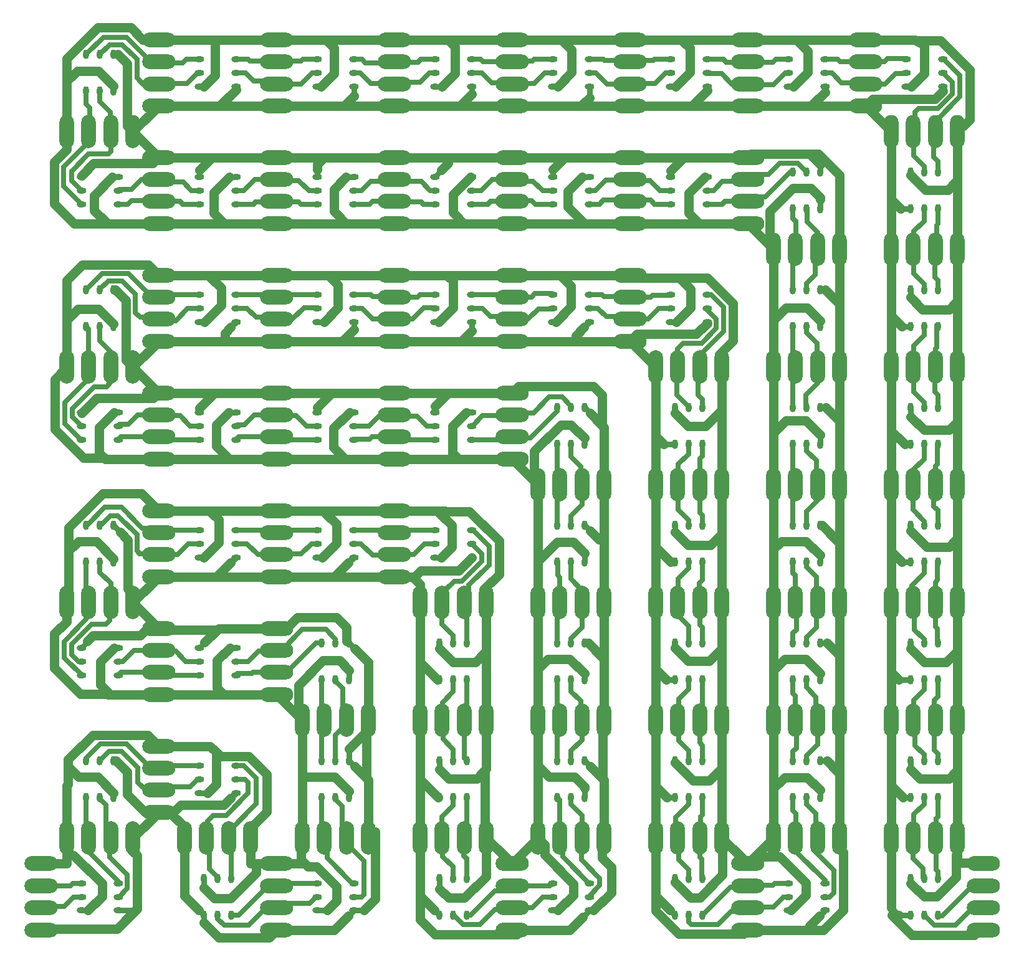
<source format=gtl>
G04 DipTrace 2.4.0.2*
%IN64xAPA102Cx16mm.gtl*%
%MOMM*%
%ADD13C,1.27*%
%ADD14C,0.8*%
%ADD15C,0.711*%
%ADD17O,1.3X0.8*%
%ADD18O,4.5X2.0*%
%ADD19C,2.0*%
%ADD21O,0.8X1.3*%
%ADD22O,2.0X4.5*%
%FSLAX53Y53*%
G04*
G71*
G90*
G75*
G01*
%LNTop*%
%LPD*%
X10008Y22508D2*
D13*
X13508D1*
Y23656D1*
Y26008D1*
Y33091D1*
X13677Y33261D1*
Y35738D1*
Y36655D1*
X17048Y40025D1*
X24491D1*
X26008Y38508D1*
X38508Y26008D2*
Y27409D1*
X40689Y29590D1*
Y34694D1*
X38262Y37120D1*
X34398D1*
X33854Y37664D1*
X33010Y38508D1*
X26008D1*
X38508Y26008D2*
Y22508D1*
X39519D1*
X42008D1*
X45375D1*
Y23055D1*
Y26008D1*
X45508D1*
Y34308D1*
Y42008D1*
X42008Y45508D2*
X45508Y42008D1*
X26008Y45508D2*
X34824D1*
X42008D1*
X13508Y58008D2*
Y55424D1*
X11834Y53750D1*
Y49099D1*
X15389Y45543D1*
X18509D1*
X19247Y45508D1*
X19451D1*
X26008D1*
X13508Y58008D2*
X13796Y58296D1*
Y65023D1*
Y68196D1*
X18435Y72835D1*
X23681D1*
X26008Y70508D1*
X32917D1*
X42008D1*
X58008D2*
X48318D1*
X42008D1*
X58008D2*
X63809D1*
X64858D1*
X64986Y70380D1*
X68226D1*
X72233Y66373D1*
Y61868D1*
X70158Y59792D1*
Y58008D1*
X70508D1*
Y51381D1*
Y42008D1*
Y35389D1*
X70336Y35218D1*
Y26180D1*
X70508Y26008D1*
X74008Y22508D2*
X70508Y26008D1*
X74008Y22508D2*
X77508Y26008D1*
Y42008D2*
Y35840D1*
Y26008D1*
Y42008D2*
Y48984D1*
Y58008D1*
Y63616D1*
Y74008D1*
X74008Y77508D1*
X66739D1*
X58008D1*
X51311D1*
X42008D1*
X35622D1*
X26008D1*
X18778D1*
X18644Y77641D1*
X15773D1*
X11858Y81556D1*
Y88358D1*
X13508Y90008D1*
Y96363D1*
Y101768D1*
X15648Y103908D1*
X24608D1*
X26008Y102508D1*
X32756D1*
X42008D1*
X49042D1*
X58008D1*
X65178D1*
X74008D1*
X80578D1*
X90008D1*
Y102174D1*
X96701D1*
X100540D1*
X104039Y98675D1*
Y93617D1*
X102175Y91754D1*
Y90008D1*
X102508D1*
Y84192D1*
Y74008D1*
Y67335D1*
Y58008D1*
Y51752D1*
Y42008D1*
Y35525D1*
Y26008D1*
X106008Y22508D1*
X109508Y26008D1*
Y32766D1*
Y42008D1*
Y48820D1*
Y58008D1*
X134508Y26008D2*
Y35220D1*
Y42008D1*
Y51452D1*
Y58008D1*
X109508D2*
Y65265D1*
Y74008D1*
Y81072D1*
Y90008D1*
Y96354D1*
Y106008D1*
X134508Y58008D2*
Y66728D1*
Y74008D1*
Y82578D1*
Y90008D1*
Y98998D1*
Y106008D1*
Y115405D1*
Y122008D1*
X109508Y106008D2*
X106008Y109508D1*
X122008Y134508D2*
X128699D1*
X128834Y134373D1*
X132193D1*
X136152Y130414D1*
Y123652D1*
X134508Y122008D1*
X122008Y134508D2*
X112611D1*
X106008D1*
X96996D1*
X90008D1*
X80702D1*
X74008D1*
X65293D1*
X58008D1*
Y109508D2*
X67466D1*
X74008D1*
X83830D1*
X90008D1*
X99444D1*
X106008D1*
X58008D2*
X51457D1*
X42008D1*
X34932D1*
X26008D1*
X58008Y134508D2*
X48710D1*
X42008D1*
X33643D1*
X26008D1*
X23850D1*
X22202Y136155D1*
X17698D1*
X13488Y131946D1*
Y128852D1*
Y122028D1*
X13508Y122008D1*
Y119593D1*
X11773Y117858D1*
Y112223D1*
X14529Y109467D1*
X19055D1*
X25967D1*
X26008Y109508D1*
X134508Y26008D2*
Y22637D1*
X138008D1*
Y22508D1*
X68508Y83858D2*
D14*
X67735D1*
D13*
X65896Y82019D1*
Y78350D1*
X66739Y77508D1*
X15508Y16158D2*
D14*
X16369D1*
D13*
X18303Y18092D1*
Y19830D1*
X14477Y23656D1*
X13508D1*
X19858Y31508D2*
D14*
Y32137D1*
D13*
X17707Y34288D1*
X15127D1*
X13677Y35738D1*
X31508Y32158D2*
D14*
X32667D1*
D13*
X33854Y33344D1*
Y37664D1*
X32158Y20508D2*
D14*
Y19241D1*
D13*
X33556Y17843D1*
X35792D1*
X39270Y21321D1*
Y22259D1*
X39519Y22508D1*
X47508Y16158D2*
D14*
X48892D1*
D13*
X50200Y17466D1*
Y19433D1*
X47467Y22166D1*
X46264D1*
X45375Y23055D1*
X51858Y31508D2*
D14*
Y32400D1*
D13*
X49950Y34308D1*
X45508D1*
X64158Y36508D2*
D14*
Y35376D1*
D13*
X65444Y34089D1*
X69208D1*
X70336Y35218D1*
X64158Y20508D2*
D14*
Y19081D1*
D13*
X65372Y17868D1*
X67554D1*
X70464Y20778D1*
Y25964D1*
X70508Y26008D1*
X51858Y47508D2*
D14*
Y48820D1*
D13*
X50554Y50124D1*
X48330D1*
X44963Y46757D1*
Y42553D1*
X45508Y42008D1*
X36508Y51858D2*
D14*
X35693D1*
D13*
X33947Y50112D1*
Y46385D1*
X34824Y45508D1*
X20508Y51858D2*
D14*
X19931D1*
D13*
X18078Y50005D1*
Y46881D1*
X19451Y45508D1*
X19858Y63508D2*
D14*
Y63988D1*
D13*
X17546Y66300D1*
X15072D1*
X13796Y65023D1*
X31508Y64158D2*
D14*
X32124D1*
D13*
X34160Y66194D1*
Y69265D1*
X32917Y70508D1*
X47508Y64158D2*
D14*
X48206D1*
D13*
X50135Y66087D1*
Y68690D1*
X48318Y70508D1*
X63508Y64158D2*
D14*
X64395D1*
D13*
X65791Y65555D1*
Y68526D1*
X63809Y70508D1*
X64158Y52508D2*
D14*
Y51745D1*
D13*
X66004Y49899D1*
X69026D1*
X70508Y51381D1*
X79508Y16158D2*
D14*
X80256D1*
D13*
X82336Y18238D1*
Y19797D1*
X78438Y23696D1*
Y25078D1*
X77508Y26008D1*
X83858Y31508D2*
D14*
Y32793D1*
D13*
Y32933D1*
X82492Y34299D1*
X79049D1*
X77508Y35840D1*
X83858Y47508D2*
D14*
Y48370D1*
D13*
X81868Y50359D1*
X78884D1*
X77508Y48984D1*
X83858Y63508D2*
D14*
Y64742D1*
D13*
X82336Y66264D1*
X80156D1*
X77508Y63616D1*
X83858Y79508D2*
D14*
Y80335D1*
D13*
X82024Y82169D1*
X80621D1*
X77035Y78583D1*
Y74481D1*
X77508Y74008D1*
X52508Y83858D2*
D14*
X51904D1*
D13*
X49747Y81701D1*
Y79072D1*
X51311Y77508D1*
X36508Y83858D2*
D14*
X35531D1*
D13*
X33842Y82169D1*
Y79287D1*
X35622Y77508D1*
X20508Y83858D2*
D14*
X19938D1*
D13*
X17937Y81857D1*
Y78283D1*
X18644Y77641D1*
X19858Y95508D2*
D14*
Y95841D1*
D13*
X17781Y97918D1*
X15062D1*
X13508Y96363D1*
X31508Y96158D2*
D14*
X32238D1*
D13*
X34466Y98386D1*
Y100799D1*
X32756Y102508D1*
X47508Y96158D2*
D14*
X48455D1*
D13*
X50371Y98074D1*
Y101179D1*
X49042Y102508D1*
X63508Y96158D2*
D14*
X64048D1*
D13*
X65964Y98074D1*
Y101722D1*
X65178Y102508D1*
X79508Y96158D2*
D14*
X79953D1*
D13*
X82024Y98230D1*
Y101062D1*
X80578Y102508D1*
X95508Y96158D2*
D14*
X96325D1*
D13*
X98241Y98074D1*
Y100635D1*
X96701Y102174D1*
X96158Y84508D2*
D14*
Y83784D1*
D13*
X97929Y82013D1*
X100329D1*
X102508Y84192D1*
X96158Y68508D2*
D14*
Y67568D1*
D13*
X97929Y65796D1*
X100969D1*
X102508Y67335D1*
X96158Y52508D2*
D14*
Y51819D1*
D13*
X97929Y50048D1*
X100804D1*
X102508Y51752D1*
X96158Y36508D2*
D14*
Y36226D1*
D13*
X98553Y33831D1*
X100814D1*
X102508Y35525D1*
X96158Y20508D2*
D14*
Y20009D1*
D13*
X98241Y17926D1*
X99488D1*
X102607Y21045D1*
Y25909D1*
X102508Y26008D1*
X111508Y16158D2*
D14*
X111848D1*
D13*
X113927Y18237D1*
Y19935D1*
X110342Y23520D1*
X107020D1*
X106008Y22508D1*
X115858Y31508D2*
D14*
Y32532D1*
D13*
X114116Y34274D1*
X111017D1*
X109508Y32766D1*
X115858Y47508D2*
D14*
Y48381D1*
D13*
X113927Y50312D1*
X111000D1*
X109508Y48820D1*
X115858Y63508D2*
D14*
Y64418D1*
D13*
X113927Y66349D1*
X110592D1*
X109508Y65265D1*
X115858Y79508D2*
D14*
Y80833D1*
D13*
X113927Y82764D1*
X111200D1*
X109508Y81072D1*
X115858Y95508D2*
D14*
Y96304D1*
D13*
X114116Y98046D1*
X111200D1*
X109508Y96354D1*
X128158Y20508D2*
D14*
Y19855D1*
D13*
X129964Y18048D1*
X131662D1*
X134304Y20690D1*
Y23700D1*
X134508Y22637D1*
X128158Y36508D2*
D14*
Y35326D1*
D13*
X129398Y34086D1*
X133374D1*
X134508Y35220D1*
X128158Y52508D2*
D14*
Y51741D1*
D13*
X129964Y49934D1*
X132990D1*
X134508Y51452D1*
X128158Y68508D2*
D14*
Y67778D1*
D13*
X130342Y65594D1*
X133374D1*
X134508Y66728D1*
X128158Y84508D2*
D14*
Y83249D1*
D13*
X129964Y81443D1*
X133374D1*
X134508Y82578D1*
X128158Y100508D2*
D14*
Y99475D1*
D13*
X129776Y97858D1*
X133367D1*
X134508Y98998D1*
X128158Y116508D2*
D14*
Y116079D1*
D13*
X130153Y114084D1*
X133187D1*
X134508Y115405D1*
X127508Y128158D2*
D14*
X128233D1*
D13*
X129964Y129889D1*
Y133808D1*
X128834Y134373D1*
X111508Y128158D2*
D14*
X112252D1*
D13*
X114191Y130097D1*
Y132928D1*
X112611Y134508D1*
X115858Y111508D2*
D14*
Y112793D1*
D13*
Y113071D1*
X114606Y114323D1*
X112115D1*
X109002Y111210D1*
Y106514D1*
X109508Y106008D1*
X95508Y128158D2*
D14*
X96223D1*
D13*
X98141Y130077D1*
Y133363D1*
X96996Y134508D1*
X100508Y115858D2*
D14*
X100224D1*
D13*
X97999Y113633D1*
Y110953D1*
X99444Y109508D1*
X84508Y115858D2*
D14*
X83497D1*
D13*
X81556Y113917D1*
Y111782D1*
X83830Y109508D1*
X68508Y115858D2*
D14*
X68330D1*
D13*
X65963Y113491D1*
Y111011D1*
X67466Y109508D1*
X52508Y115858D2*
D14*
X51461D1*
D13*
X49803Y114200D1*
Y111161D1*
X51457Y109508D1*
X36508Y115858D2*
D14*
X35584D1*
D13*
X33501Y113775D1*
Y110939D1*
X34932Y109508D1*
X20508Y115858D2*
D14*
X19708D1*
D13*
X17200Y113350D1*
Y111322D1*
X19055Y109467D1*
X31508Y128158D2*
D14*
X32150D1*
D13*
X33643Y129651D1*
Y134508D1*
X47508Y128158D2*
D14*
X48026D1*
D13*
X49803Y129935D1*
Y133415D1*
X48710Y134508D1*
X63508Y128158D2*
D14*
X64470D1*
D13*
X66247Y129935D1*
Y133555D1*
X65293Y134508D1*
X79508Y128158D2*
D14*
X80204D1*
D13*
X82123Y130077D1*
Y133087D1*
X80702Y134508D1*
X19858Y127508D2*
D14*
Y128214D1*
D13*
X17793Y130279D1*
X14915D1*
X13488Y128852D1*
X20508Y19858D2*
D15*
Y20090D1*
X16020Y24578D1*
Y26008D1*
X16508D1*
X16158Y31508D2*
Y26358D1*
X16508Y26008D1*
X20508Y18008D2*
X20588D1*
X21756Y19176D1*
Y20997D1*
X19354Y23399D1*
Y25854D1*
X19508Y26008D1*
X18008Y31508D2*
Y31385D1*
X18846Y30547D1*
Y26670D1*
X19508Y26008D1*
X16158Y36508D2*
Y36838D1*
X18112Y38792D1*
X21611D1*
X24978Y35425D1*
Y35864D1*
X27190D1*
X27546Y35508D1*
X26008D1*
X31508Y35858D2*
X26358D1*
X26008Y35508D1*
X18008Y36508D2*
X19288Y37788D1*
X20923D1*
X23146Y35565D1*
Y33585D1*
X24223Y32508D1*
X26008D1*
X31508Y34008D2*
X31302D1*
X30272Y32978D1*
X26478D1*
X26008Y32508D1*
X36508Y35858D2*
X37558D1*
X39266Y34150D1*
Y30636D1*
X35334Y26703D1*
Y26182D1*
X35508Y26008D1*
X35858Y20508D2*
Y25658D1*
X35508Y26008D1*
X36508Y34008D2*
X37735D1*
X38179Y33564D1*
Y32100D1*
X35153Y29074D1*
X33426D1*
X32657Y28304D1*
Y26157D1*
X32508Y26008D1*
X34008Y20508D2*
Y20663D1*
X32919Y21752D1*
Y25597D1*
X32508Y26008D1*
X35858Y15508D2*
X36842D1*
X40653Y19318D1*
X41818D1*
X42008Y19508D1*
X47508Y19858D2*
X42358D1*
X42008Y19508D1*
X34008Y15508D2*
Y15010D1*
X34885Y14132D1*
X38205D1*
X40521Y16449D1*
X41949D1*
X42008Y16508D1*
X47508Y18008D2*
X47338D1*
X46489Y17159D1*
X42659D1*
X42008Y16508D1*
X52508Y19858D2*
X52309D1*
X48883Y23284D1*
Y25633D1*
X48508Y26008D1*
X48158Y31508D2*
Y26358D1*
X48508Y26008D1*
X52508Y18008D2*
X53574D1*
X53895Y18328D1*
Y22894D1*
X51556Y25233D1*
Y25960D1*
X51508Y26008D1*
X50008Y31508D2*
Y31268D1*
X50937Y30339D1*
Y26579D1*
X51508Y26008D1*
X48158Y36508D2*
Y41658D1*
X48508Y42008D1*
X48158Y47508D2*
Y42358D1*
X48508Y42008D1*
X50008Y36508D2*
Y39999D1*
X51417Y41408D1*
Y41917D1*
X51508Y42008D1*
X50008Y47508D2*
Y47332D1*
X51013Y46327D1*
Y42503D1*
X51508Y42008D1*
X48158Y52508D2*
X47357D1*
X43669Y48820D1*
X42320D1*
X42008Y48508D1*
X38826D1*
X38673Y48355D1*
X36705D1*
X36508Y48158D1*
X50008Y52508D2*
Y53059D1*
X48722Y54345D1*
X45488D1*
X42591Y51447D1*
X42069D1*
X42008Y51508D1*
X36508Y50008D2*
X38150D1*
X39551Y51409D1*
X41909D1*
X42008Y51508D1*
X15508Y48158D2*
Y48182D1*
X13202Y50487D1*
Y52731D1*
X16169Y55698D1*
Y57669D1*
X16508Y58008D1*
X16158Y63508D2*
Y58358D1*
X16508Y58008D1*
X15508Y50008D2*
X15127D1*
X14191Y50944D1*
Y52389D1*
X16853Y55051D1*
X18831D1*
X19325Y55546D1*
Y57825D1*
X19508Y58008D1*
X18008Y63508D2*
Y62096D1*
X19492Y60612D1*
Y58024D1*
X19508Y58008D1*
X31508Y112158D2*
X29271D1*
X28900Y112529D1*
X26029D1*
X26008Y112508D1*
X20508Y112158D2*
X21843D1*
X22296Y112611D1*
X25905D1*
X26008Y112508D1*
X31508Y114008D2*
X30437D1*
X29307Y115138D1*
X26378D1*
X26008Y115508D1*
X23644D1*
X22296Y114160D1*
X20660D1*
X20508Y114008D1*
X16158Y68508D2*
X16270D1*
X18711Y70949D1*
X20920D1*
X23727Y68141D1*
X25375D1*
X26008Y67508D1*
X31508Y67858D2*
X26358D1*
X26008Y67508D1*
X18008Y68508D2*
X18157D1*
X19447Y69798D1*
X20459D1*
X23036Y67221D1*
Y65058D1*
X23451Y64644D1*
X25872D1*
X26008Y64508D1*
X31508Y66008D2*
X30015D1*
X28559Y64552D1*
X26052D1*
X26008Y64508D1*
X36508Y67858D2*
X41658D1*
X42008Y67508D1*
X47508Y67858D2*
X42358D1*
X42008Y67508D1*
X36508Y66008D2*
X38002D1*
X39463Y64547D1*
X41969D1*
X42008Y64508D1*
X47508Y66008D2*
X46743D1*
X45343Y64608D1*
X42108D1*
X42008Y64508D1*
X52508Y67858D2*
X57658D1*
X58008Y67508D1*
X63508Y67858D2*
X58358D1*
X58008Y67508D1*
X52508Y66008D2*
X53499D1*
X55082Y64425D1*
X57925D1*
X58008Y64508D1*
X63508Y66008D2*
X62098D1*
X60641Y64551D1*
X58051D1*
X58008Y64508D1*
X68508Y67858D2*
X68673D1*
X70866Y65664D1*
Y63133D1*
X68133Y60400D1*
Y58633D1*
X67508Y58008D1*
X67858Y52508D2*
Y57658D1*
X67508Y58008D1*
X64508D2*
Y59255D1*
X66159Y60906D1*
X67171D1*
X69854Y63589D1*
Y64662D1*
X68508Y66008D1*
X66008Y52508D2*
Y53520D1*
X64460Y55068D1*
Y57960D1*
X64508Y58008D1*
X67858Y47508D2*
Y42358D1*
X67508Y42008D1*
Y36858D1*
X67858Y36508D1*
X66008Y47508D2*
Y45903D1*
X64527Y44423D1*
Y42027D1*
X64508Y42008D1*
X66008Y36508D2*
Y38069D1*
X64605Y39472D1*
Y41911D1*
X64508Y42008D1*
X67858Y31508D2*
Y26358D1*
X67508Y26008D1*
X67858Y20508D2*
Y23226D1*
X67479Y23605D1*
Y25979D1*
X67508Y26008D1*
X64508D2*
Y28883D1*
X66032Y30407D1*
Y31484D1*
X66008Y31508D1*
Y20508D2*
Y22089D1*
X64593Y23504D1*
Y25923D1*
X64508Y26008D1*
X84508Y19858D2*
X84455D1*
X80864Y23449D1*
Y25652D1*
X80508Y26008D1*
Y31158D1*
X80158Y31508D1*
X84508Y18008D2*
Y18184D1*
X85931Y19607D1*
Y20553D1*
X83426Y23059D1*
Y25926D1*
X83508Y26008D1*
Y29055D1*
X81971Y30593D1*
Y31471D1*
X82008Y31508D1*
X80158Y36508D2*
Y41658D1*
X80508Y42008D1*
X80158Y47508D2*
Y42358D1*
X80508Y42008D1*
X82008Y36508D2*
Y37839D1*
X83520Y39352D1*
Y41996D1*
X83508Y42008D1*
X82008Y47508D2*
Y45944D1*
X83335Y44618D1*
Y42181D1*
X83508Y42008D1*
X80158Y52508D2*
Y57658D1*
X80508Y58008D1*
Y61450D1*
X80238Y61720D1*
Y63428D1*
X80158Y63508D1*
X82008Y52508D2*
Y53146D1*
X83502Y54640D1*
Y58002D1*
X83508Y58008D1*
Y59665D1*
X81959Y61214D1*
Y63459D1*
X82008Y63508D1*
X80158Y68508D2*
Y73658D1*
X80508Y74008D1*
X80158Y79508D2*
Y74358D1*
X80508Y74008D1*
X82008Y68508D2*
Y69767D1*
X83528Y71287D1*
Y73988D1*
X83508Y74008D1*
X82008Y79508D2*
Y77823D1*
X83320Y76511D1*
Y74196D1*
X83508Y74008D1*
X80158Y84508D2*
Y84025D1*
X76509Y80377D1*
X74139D1*
X74008Y80508D1*
X68508Y80158D2*
X73658D1*
X74008Y80508D1*
X82008Y84508D2*
Y84726D1*
X80789Y85945D1*
X79040D1*
X76878Y83782D1*
X74282D1*
X74008Y83508D1*
X68508Y82008D2*
X68589D1*
X69999Y83419D1*
X73919D1*
X74008Y83508D1*
X63508Y80158D2*
X58358D1*
X58008Y80508D1*
X54961D1*
X54626Y80173D1*
X52523D1*
X52508Y80158D1*
X63508Y82008D2*
X62407D1*
X61057Y83358D1*
X58158D1*
X58008Y83508D1*
X56062D1*
X54564Y82010D1*
X52510D1*
X52508Y82008D1*
X47508Y80158D2*
X42358D1*
X42008Y80508D1*
X36858D1*
X36508Y80158D1*
X47508Y82008D2*
X46076D1*
X44666Y83419D1*
X42097D1*
X42008Y83508D1*
X38980D1*
X37639Y82167D1*
X36667D1*
X36508Y82008D1*
X15508Y80158D2*
Y80062D1*
X13209Y82361D1*
Y85165D1*
X16052Y88008D1*
Y89552D1*
X16508Y90008D1*
Y95158D1*
X16158Y95508D1*
X19508Y90008D2*
Y87960D1*
X18882Y87334D1*
X17265D1*
X14260Y84329D1*
Y83256D1*
X15508Y82008D1*
X19508Y90008D2*
Y92073D1*
X17955Y93626D1*
Y95455D1*
X18008Y95508D1*
X26008Y99508D2*
X25101D1*
X21914Y102696D1*
X18346D1*
X16158Y100508D1*
X31508Y99858D2*
X26358D1*
X26008Y99508D1*
X18008Y100508D2*
Y100609D1*
X19151Y101752D1*
X21038D1*
X22857Y99933D1*
Y97373D1*
X23463Y96766D1*
X25750D1*
X26008Y96508D1*
X31508Y98008D2*
X29970D1*
X28280Y96318D1*
X26198D1*
X26008Y96508D1*
X36508Y99858D2*
X41658D1*
X42008Y99508D1*
X47508Y99858D2*
X42358D1*
X42008Y99508D1*
X36508Y98008D2*
X38011D1*
X39241Y96779D1*
X41737D1*
X42008Y96508D1*
X44167D1*
X45735Y98076D1*
X47440D1*
X47508Y98008D1*
X52508Y99858D2*
X54829D1*
X55106Y99582D1*
X57934D1*
X58008Y99508D1*
X61213D1*
X61538Y99833D1*
X63483D1*
X63508Y99858D1*
X52508Y98008D2*
X53626D1*
X55064Y96569D1*
X57947D1*
X58008Y96508D1*
X60514D1*
X62040Y98034D1*
X63482D1*
X63508Y98008D1*
X68508Y99858D2*
X73658D1*
X74008Y99508D1*
X76656D1*
X77126Y99979D1*
X79387D1*
X79508Y99858D1*
X68508Y98008D2*
X69972D1*
X71118Y96862D1*
X73654D1*
X74008Y96508D1*
X76187D1*
X77587Y97908D1*
X79408D1*
X79508Y98008D1*
X84508Y99858D2*
X86267D1*
X86514Y99610D1*
X89906D1*
X90008Y99508D1*
X92808D1*
X93049Y99748D1*
X95398D1*
X95508Y99858D1*
X84508Y98008D2*
X85678D1*
X86790Y96895D1*
X89621D1*
X90008Y96508D1*
X92477D1*
X93923Y97954D1*
X95454D1*
X95508Y98008D1*
X100508Y99858D2*
X101038D1*
X102708Y98189D1*
Y94820D1*
X99437Y91549D1*
Y89937D1*
X99508Y90008D1*
X99858Y84508D2*
Y85665D1*
X99306Y86217D1*
Y89806D1*
X99508Y90008D1*
X100508Y98008D2*
Y97765D1*
X101757Y96516D1*
Y95250D1*
X99767Y93260D1*
X97236D1*
X96500Y92524D1*
Y90016D1*
X96508Y90008D1*
X98008Y84508D2*
Y84576D1*
X96401Y86183D1*
Y89901D1*
X96508Y90008D1*
X99858Y63508D2*
Y61110D1*
X99414Y60665D1*
Y58102D1*
X99508Y58008D1*
Y55017D1*
X99867Y54658D1*
Y52517D1*
X99858Y52508D1*
X98008Y63508D2*
Y62690D1*
X96527Y61209D1*
Y58027D1*
X96508Y58008D1*
Y56313D1*
X98014Y54806D1*
Y52514D1*
X98008Y52508D1*
X99858Y47508D2*
Y42358D1*
X99508Y42008D1*
Y38935D1*
X99867Y38576D1*
Y36517D1*
X99858Y36508D1*
X98008Y47508D2*
Y46277D1*
X96606Y44875D1*
Y42106D1*
X96508Y42008D1*
X98008Y36508D2*
Y37915D1*
X96680Y39243D1*
Y41836D1*
X96508Y42008D1*
X99858Y31508D2*
Y29154D1*
X99571Y28867D1*
Y26071D1*
X99508Y26008D1*
Y23412D1*
X99745Y23174D1*
Y20621D1*
X99858Y20508D1*
X98008Y31508D2*
Y30565D1*
X96236Y28793D1*
Y26280D1*
X96508Y26008D1*
X98008Y20508D2*
Y21738D1*
X96683Y23063D1*
Y25833D1*
X96508Y26008D1*
X99858Y15508D2*
Y15547D1*
X103643Y19332D1*
X105832D1*
X106008Y19508D1*
X111508Y19858D2*
X109714D1*
X109451Y19595D1*
X106095D1*
X106008Y19508D1*
X98008Y15508D2*
Y14610D1*
X98353Y14265D1*
X101973D1*
X103754Y16047D1*
X105547D1*
X106008Y16508D1*
X111508Y18008D2*
X110901D1*
X109502Y16608D1*
X106108D1*
X106008Y16508D1*
X116508Y19858D2*
Y20235D1*
X112508Y24235D1*
Y26008D1*
X112158Y31508D2*
Y29750D1*
X112543Y29364D1*
Y26043D1*
X112508Y26008D1*
X116508Y18008D2*
X117175D1*
X117746Y18579D1*
Y21633D1*
X115277Y24101D1*
Y26239D1*
X115508Y26008D1*
X114008Y31508D2*
Y30590D1*
X115315Y29283D1*
Y26201D1*
X115508Y26008D1*
X112158Y47508D2*
Y45647D1*
X112462Y45343D1*
Y42054D1*
X112508Y42008D1*
X112158Y36508D2*
Y37784D1*
X112625Y38251D1*
Y41891D1*
X112508Y42008D1*
X114008Y47508D2*
Y46487D1*
X115315Y45180D1*
Y42201D1*
X115508Y42008D1*
X114008Y36508D2*
Y37188D1*
X115560Y38740D1*
Y41956D1*
X115508Y42008D1*
X112158Y52508D2*
Y53844D1*
X112625Y54311D1*
Y57891D1*
X112508Y58008D1*
X112158Y63508D2*
Y62033D1*
X112462Y61730D1*
Y58054D1*
X112508Y58008D1*
X114008Y52508D2*
Y53248D1*
X115396Y54637D1*
Y57896D1*
X115508Y58008D1*
X114008Y63508D2*
Y62873D1*
X115396Y61485D1*
Y58120D1*
X115508Y58008D1*
X112158Y95508D2*
Y90358D1*
X112508Y90008D1*
X112158Y84508D2*
Y89658D1*
X112508Y90008D1*
X114008Y95508D2*
Y94720D1*
X115442Y93286D1*
Y90074D1*
X115508Y90008D1*
Y87862D1*
X113890Y86244D1*
Y84626D1*
X114008Y84508D1*
X112158Y100508D2*
Y105658D1*
X112508Y106008D1*
X112158Y111508D2*
Y110202D1*
X112556Y109805D1*
Y106056D1*
X112508Y106008D1*
X114008Y100508D2*
Y101401D1*
X115203Y102596D1*
Y105703D1*
X115508Y106008D1*
Y108320D1*
X114105Y109723D1*
Y111411D1*
X114008Y111508D1*
X112158Y116508D2*
X111800D1*
X108405Y113113D1*
X106613D1*
X106008Y112508D1*
X102906D1*
X102566Y112168D1*
X100518D1*
X100508Y112158D1*
X114008Y116508D2*
X112796Y117720D1*
X110379D1*
X108861Y116201D1*
X106701D1*
X106008Y115508D1*
X100508Y114008D2*
X101357D1*
X102566Y115217D1*
X105717D1*
X106008Y115508D1*
X84508Y112158D2*
X85865D1*
X86400Y112692D1*
X89824D1*
X90008Y112508D1*
X95508Y112158D2*
X93375D1*
X92840Y112692D1*
X90192D1*
X90008Y112508D1*
X95508Y114008D2*
X94133D1*
X92759Y115383D1*
X90133D1*
X90008Y115508D1*
X84508Y114008D2*
X85270D1*
X86726Y115464D1*
X89964D1*
X90008Y115508D1*
X79508Y112158D2*
X77151D1*
X76698Y112611D1*
X74111D1*
X74008Y112508D1*
X68508Y112158D2*
X70702D1*
X71073Y112529D1*
X73987D1*
X74008Y112508D1*
X79508Y114008D2*
X78155D1*
X76861Y115301D1*
X74215D1*
X74008Y115508D1*
X68508Y114008D2*
X69780D1*
X71318Y115546D1*
X73970D1*
X74008Y115508D1*
X63508Y112158D2*
X61962D1*
X61672Y112448D1*
X58068D1*
X58008Y112508D1*
X55048D1*
X54661Y112122D1*
X52544D1*
X52508Y112158D1*
X63508Y114008D2*
X62884D1*
X61672Y115220D1*
X58296D1*
X58008Y115508D1*
X52508Y114008D2*
X53531D1*
X54824Y115301D1*
X57801D1*
X58008Y115508D1*
X47508Y112158D2*
X45331D1*
X45041Y112448D1*
X42068D1*
X42008Y112508D1*
X36508Y112158D2*
X38882D1*
X39172Y112448D1*
X41948D1*
X42008Y112508D1*
X47508Y114008D2*
X46416D1*
X45041Y115383D1*
X42133D1*
X42008Y115508D1*
X36508Y114008D2*
X37552D1*
X39090Y115546D1*
X41970D1*
X42008Y115508D1*
X16158Y127508D2*
Y125784D1*
X16673Y125269D1*
Y122173D1*
X16508Y122008D1*
Y120572D1*
X13121Y117184D1*
Y114545D1*
X15508Y112158D1*
X18008Y127508D2*
Y126078D1*
X19429Y124657D1*
Y122087D1*
X19508Y122008D1*
Y119284D1*
X19184Y118960D1*
X16489D1*
X14162Y116633D1*
Y115354D1*
X15508Y114008D1*
X31508Y131858D2*
X29722D1*
X29226Y131361D1*
X26155D1*
X26008Y131508D1*
X24951D1*
X21600Y134858D1*
X18508D1*
X16158Y132508D1*
X31508Y130008D2*
X31296D1*
X29878Y128590D1*
X26090D1*
X26008Y128508D1*
X23847D1*
X23043Y129312D1*
Y131823D1*
X21054Y133813D1*
X19313D1*
X18008Y132508D1*
X47508Y131858D2*
X45619D1*
X45368Y131606D1*
X42106D1*
X42008Y131508D1*
X36508Y131858D2*
X38104D1*
X38356Y131606D1*
X41910D1*
X42008Y131508D1*
X47508Y130008D2*
X46867D1*
X45368Y128508D1*
X42008D1*
X36508Y130008D2*
X37835D1*
X38927Y128916D1*
X41600D1*
X42008Y128508D1*
X63508Y131858D2*
X61633D1*
X61218Y131443D1*
X58073D1*
X58008Y131508D1*
X52508Y131858D2*
X53594D1*
X54091Y131361D1*
X57861D1*
X58008Y131508D1*
X63508Y130008D2*
X62799D1*
X61544Y128753D1*
X58253D1*
X58008Y128508D1*
X52508Y130008D2*
X53406D1*
X54824Y128590D1*
X57926D1*
X58008Y128508D1*
X79508Y131858D2*
X77041D1*
X76789Y131606D1*
X74106D1*
X74008Y131508D1*
X68508Y131858D2*
X69689D1*
X70023Y131525D1*
X73991D1*
X74008Y131508D1*
X79508Y130008D2*
X78452D1*
X77034Y128590D1*
X74090D1*
X74008Y128508D1*
X68508Y130008D2*
X69909D1*
X71245Y128671D1*
X73845D1*
X74008Y128508D1*
X95508Y131858D2*
X93346D1*
X93176Y131688D1*
X90188D1*
X90008Y131508D1*
X84508Y131858D2*
X86402D1*
X86572Y131688D1*
X89828D1*
X90008Y131508D1*
X95508Y130008D2*
X94838D1*
X93420Y128590D1*
X90090D1*
X90008Y128508D1*
X84508Y130008D2*
X85398D1*
X86898Y128508D1*
X90008D1*
X111508Y131858D2*
X109814D1*
X109399Y131443D1*
X106073D1*
X106008Y131508D1*
X100508Y131858D2*
X102706D1*
X103121Y131443D1*
X105943D1*
X106008Y131508D1*
X111508Y130008D2*
X111143D1*
X109480Y128345D1*
X106171D1*
X106008Y128508D1*
X103855D1*
X102469Y129894D1*
X100622D1*
X100508Y130008D1*
X131858Y116508D2*
Y117988D1*
X131317Y118529D1*
Y121817D1*
X131508Y122008D1*
X132508Y131858D2*
X132591D1*
X134818Y129632D1*
Y126732D1*
X131508Y123423D1*
Y122008D1*
X130008Y116508D2*
Y117331D1*
X128571Y118768D1*
Y121945D1*
X128508Y122008D1*
X132508Y130008D2*
X133805Y128711D1*
Y127101D1*
X131872Y125168D1*
X129249D1*
X128697Y124616D1*
Y122197D1*
X128508Y122008D1*
X122008Y131508D2*
X124545D1*
X125016Y131979D1*
X127387D1*
X127508Y131858D1*
X116508D2*
X118278D1*
X118611Y131525D1*
X121991D1*
X122008Y131508D1*
Y128508D2*
X124674D1*
X126074Y129908D1*
X127408D1*
X127508Y130008D1*
X116508D2*
X117437D1*
X118774Y128671D1*
X121845D1*
X122008Y128508D1*
X131858Y100508D2*
Y101816D1*
X131436Y102238D1*
Y105936D1*
X131508Y106008D1*
X131858Y111508D2*
Y109464D1*
X131675Y109280D1*
Y106175D1*
X131508Y106008D1*
X130008Y100508D2*
Y101279D1*
X128571Y102715D1*
Y105945D1*
X128508Y106008D1*
X130008Y111508D2*
Y109881D1*
X128571Y108445D1*
Y106071D1*
X128508Y106008D1*
X131858Y84508D2*
Y86180D1*
X131436Y86602D1*
Y89936D1*
X131508Y90008D1*
Y92523D1*
X131675Y92689D1*
Y95691D1*
X131858Y95508D1*
X130008Y84508D2*
Y85165D1*
X128571Y86602D1*
Y89945D1*
X128508Y90008D1*
X130008Y95508D2*
Y94365D1*
X128571Y92928D1*
Y90071D1*
X128508Y90008D1*
X131858Y68508D2*
Y70544D1*
X131317Y71085D1*
Y73817D1*
X131508Y74008D1*
Y76528D1*
X131794Y76814D1*
Y79572D1*
X131858Y79508D1*
X130008Y68508D2*
Y69052D1*
X128452Y70608D1*
Y73952D1*
X128508Y74008D1*
Y76035D1*
X130004Y77531D1*
Y79504D1*
X130008Y79508D1*
X131508Y58008D2*
Y54749D1*
X131783Y54474D1*
Y52583D1*
X131858Y52508D1*
X131508Y58008D2*
Y60773D1*
X131794Y61059D1*
Y63444D1*
X131858Y63508D1*
X130008Y52508D2*
Y52988D1*
X128685Y54311D1*
Y57831D1*
X128508Y58008D1*
X130008Y63508D2*
Y62018D1*
X128333Y60343D1*
Y58183D1*
X128508Y58008D1*
X131858Y47508D2*
Y45255D1*
X131375Y44772D1*
Y42141D1*
X131508Y42008D1*
X131858Y36508D2*
Y37442D1*
X131375Y37924D1*
Y41875D1*
X131508Y42008D1*
X130008Y47508D2*
Y46177D1*
X128603Y44772D1*
Y42103D1*
X128508Y42008D1*
X130008Y36508D2*
Y37335D1*
X128766Y38577D1*
Y41750D1*
X128508Y42008D1*
X131858Y31508D2*
Y28869D1*
X131620Y28631D1*
Y26120D1*
X131508Y26008D1*
X131858Y20508D2*
Y21477D1*
X131652Y21683D1*
Y25864D1*
X131508Y26008D1*
X130008Y31508D2*
Y30606D1*
X128603Y29201D1*
Y26103D1*
X128508Y26008D1*
Y23197D1*
X129874Y21831D1*
Y20642D1*
X130008Y20508D1*
X31508Y50008D2*
X29699D1*
X28298Y51409D1*
X26107D1*
X26008Y51508D1*
X20508Y50008D2*
X21128D1*
X22628Y51508D1*
X26008D1*
X31508Y48158D2*
X26358D1*
X26008Y48508D1*
X20858D1*
X20508Y48158D1*
X31508Y80158D2*
X26358D1*
X26008Y80508D1*
X20858D1*
X20508Y80158D1*
X31508Y82008D2*
X30264D1*
X28880Y83392D1*
X26124D1*
X26008Y83508D1*
X23178D1*
X21898Y82228D1*
X20728D1*
X20508Y82008D1*
X114008Y79508D2*
Y78606D1*
X115322Y77292D1*
Y74194D1*
X115508Y74008D1*
Y71868D1*
X114009Y70369D1*
Y68509D1*
X114008Y68508D1*
X112158Y79508D2*
Y74358D1*
X112508Y74008D1*
X112158Y68508D2*
Y73658D1*
X112508Y74008D1*
X67858Y15508D2*
X68392D1*
X71680Y18796D1*
X73296D1*
X74008Y19508D1*
X79158D1*
X79508Y19858D1*
X66008Y15508D2*
X66059D1*
X67327Y14240D1*
X69605D1*
X71680Y16316D1*
X73816D1*
X74008Y16508D1*
X79508Y18008D2*
X78181D1*
X76742Y16569D1*
X74069D1*
X74008Y16508D1*
X99508Y74008D2*
Y77603D1*
X99859Y77954D1*
Y79507D1*
X99858Y79508D1*
Y68508D2*
Y69885D1*
X99539Y70204D1*
Y73977D1*
X99508Y74008D1*
X98008Y79508D2*
Y78212D1*
X96574Y76779D1*
Y74074D1*
X96508Y74008D1*
X98008Y68508D2*
Y69183D1*
X96569Y70622D1*
Y73947D1*
X96508Y74008D1*
X20508Y16158D2*
D14*
X22840D1*
D13*
X20327Y13646D1*
X10282D1*
Y13782D1*
X10008Y13508D1*
X20508Y16158D2*
D14*
X22096D1*
Y15386D1*
D13*
X23037Y16328D1*
Y23632D1*
X22348Y24321D1*
Y25848D1*
X22508Y26008D1*
X19858Y36508D2*
D14*
X20191D1*
D13*
X21731Y34968D1*
Y31951D1*
X24174Y29508D1*
X26008D1*
X28017D1*
X29001Y30491D1*
X34841D1*
X35776Y31426D1*
D14*
X36508Y32158D1*
X26008Y29508D2*
D13*
X27509D1*
X29561Y27456D1*
Y26061D1*
X29508Y26008D1*
Y18158D1*
X31426Y16240D1*
D14*
X32158Y15508D1*
Y14543D1*
D13*
X34194Y12507D1*
X41007D1*
X42008Y13508D1*
X49858D1*
X51776Y15426D1*
D14*
X52508Y16158D1*
X53862D1*
D13*
X55398Y17694D1*
Y26898D1*
X54508Y26008D1*
Y33858D1*
X52590Y35776D1*
D14*
X51858Y36508D1*
Y38145D1*
D13*
X54382Y40669D1*
Y41882D1*
X54508Y42008D1*
Y49858D1*
X52590Y51776D1*
D14*
X51858Y52508D1*
X42008Y54508D2*
D13*
X43293D1*
X44814Y56029D1*
X50137D1*
X51552Y54614D1*
Y52814D1*
D14*
X51858Y52508D1*
X42008Y54508D2*
D13*
X34158D1*
X32240Y52590D1*
D14*
X31508Y51858D1*
X34158Y54508D2*
D13*
X33931Y54281D1*
X26235D1*
X26008Y54508D1*
X22508Y58008D1*
X26008Y54508D2*
X24449D1*
X23471Y53530D1*
X17043D1*
X16280Y52767D1*
D14*
X16417D1*
X15508Y51858D1*
X22508Y58008D2*
D13*
X26008Y61508D1*
X22508Y58008D2*
Y59236D1*
X21840Y59904D1*
Y66526D1*
X20767Y67599D1*
D14*
X19858Y68508D1*
X26008Y61508D2*
D13*
X33858D1*
X35776Y63426D1*
D14*
X36508Y64158D1*
X42008Y61508D2*
D13*
X49858D1*
X51776Y63426D1*
D14*
X52508Y64158D1*
X33858Y61508D2*
D13*
X42008D1*
X49858D2*
X58008D1*
X60495D1*
X61502Y60501D1*
Y58014D1*
X61508Y58008D1*
X68508Y64158D2*
D14*
Y64116D1*
D13*
X66766Y62374D1*
X61630D1*
X60629Y61374D1*
X60495Y61508D1*
X61508Y58008D2*
Y49880D1*
Y42008D1*
X64158Y47508D2*
D14*
X63880D1*
D13*
X61508Y49880D1*
Y42008D2*
Y33968D1*
Y26008D1*
X64158Y31508D2*
D14*
X63968D1*
D13*
X61508Y33968D1*
Y26008D2*
Y18158D1*
X63426Y16240D1*
D14*
X64158Y15508D1*
X61508Y18158D2*
D13*
Y14896D1*
X63530Y12874D1*
X74642D1*
X74008Y13508D1*
X81858D1*
X83599Y15249D1*
D14*
X84508Y16158D1*
X85044D1*
D13*
X87490Y18605D1*
Y22057D1*
X86265Y23282D1*
Y26008D1*
X86508D1*
Y33858D1*
X84590Y35776D1*
D14*
X83858Y36508D1*
X86508Y33858D2*
D13*
X86276Y34090D1*
Y41776D1*
X86508Y42008D1*
X54508Y33858D2*
X54243Y34123D1*
Y41743D1*
X54508Y42008D1*
X20327Y13646D2*
X22096Y15386D1*
X22508Y26008D2*
X26008Y29508D1*
X86508Y42008D2*
Y50359D1*
Y58008D1*
X83858Y52508D2*
D14*
X84359D1*
D13*
X86508Y50359D1*
Y58008D2*
Y66534D1*
Y74008D1*
Y66534D2*
X85832D1*
X84590Y67776D1*
D14*
X83858Y68508D1*
X86508Y74008D2*
D13*
Y81858D1*
X84590Y83776D1*
D14*
X83858Y84508D1*
X86508Y81858D2*
D13*
X86220Y82146D1*
Y86220D1*
X85023Y87418D1*
X74918D1*
X74008Y86508D1*
X65325D1*
X58008D1*
X63508Y83858D2*
D14*
Y84691D1*
D13*
X65325Y86508D1*
X58008D2*
X49465D1*
X42008D1*
X47508Y83858D2*
D14*
Y84551D1*
D13*
X49465Y86508D1*
X42008D2*
X33535D1*
X26008D1*
X31508Y83858D2*
D14*
Y84481D1*
D13*
X33535Y86508D1*
X15508Y83858D2*
D14*
Y83758D1*
D13*
X17534Y85784D1*
X25284D1*
X26008Y86508D1*
X22508Y90008D1*
X26008Y93508D1*
X19858Y100508D2*
D14*
X20126D1*
D13*
X21577Y99057D1*
Y90939D1*
X22508Y90008D1*
X26008Y93508D2*
X34977D1*
X42008D1*
X34977D2*
Y94627D1*
X35776Y95426D1*
D14*
X36508Y96158D1*
X42008Y93508D2*
D13*
X50922D1*
X58008D1*
X52508Y96158D2*
D14*
Y95094D1*
D13*
X50922Y93508D1*
X58008D2*
X67116D1*
X74008D1*
X68508Y96158D2*
D14*
Y94900D1*
D13*
X67116Y93508D1*
X74008D2*
X82649D1*
X90008D1*
X82649D2*
Y94299D1*
X83776Y95426D1*
D14*
X84508Y96158D1*
X90008Y93508D2*
D13*
X93508Y90008D1*
X100508Y96158D2*
D14*
Y95979D1*
D13*
X99031Y94502D1*
X91002D1*
X90008Y93508D1*
X93508Y90008D2*
Y80609D1*
Y74008D1*
Y65557D1*
Y58008D1*
X96158Y79508D2*
D14*
X94609D1*
D13*
X93508Y80609D1*
X96158Y63508D2*
D14*
X95557D1*
D13*
X93508Y65557D1*
Y58008D2*
Y48949D1*
Y42008D1*
Y33007D1*
Y26008D1*
X96158Y31508D2*
D14*
X95007D1*
D13*
X93508Y33007D1*
X96158Y47508D2*
D14*
X94949D1*
D13*
X93508Y48949D1*
Y26008D2*
Y18158D1*
X95426Y16240D1*
D14*
X96158Y15508D1*
X93508Y18158D2*
D13*
Y16095D1*
X96619Y12984D1*
X105485D1*
X106008Y13508D1*
X114417D1*
X116275D1*
X119001Y16234D1*
Y24059D1*
X118331Y24729D1*
Y26008D1*
X118508D1*
X114417Y13508D2*
Y14067D1*
X115776Y15426D1*
D14*
X116508Y16158D1*
X118508Y42008D2*
D13*
Y50837D1*
Y58008D1*
Y26008D2*
Y34765D1*
Y42008D1*
X125508Y26008D2*
Y33114D1*
Y42008D1*
Y48527D1*
Y58008D1*
X115858Y52508D2*
D14*
X116837D1*
D13*
X118508Y50837D1*
X115858Y36508D2*
D14*
X116764D1*
D13*
X118508Y34765D1*
X128158Y31508D2*
D14*
X127115D1*
D13*
X125508Y33114D1*
X128158Y47508D2*
D14*
X126527D1*
D13*
X125508Y48527D1*
Y26008D2*
Y16504D1*
D14*
X126504Y15508D1*
X128158D1*
X118508Y58008D2*
D13*
Y66084D1*
Y74008D1*
Y82663D1*
Y90008D1*
Y98542D1*
Y106008D1*
X125508D2*
Y96976D1*
Y90008D1*
Y81348D1*
Y74008D1*
Y64992D1*
Y58008D1*
X115858Y84508D2*
D14*
X116663D1*
D13*
X118508Y82663D1*
X115858Y68508D2*
D14*
X116084D1*
D13*
X118508Y66084D1*
X115858Y100508D2*
D14*
X116542D1*
D13*
X118508Y98542D1*
X128158Y63508D2*
D14*
X126992D1*
D13*
X125508Y64992D1*
X128158Y79508D2*
D14*
X127348D1*
D13*
X125508Y81348D1*
X128158Y95508D2*
D14*
X126976D1*
D13*
X125508Y96976D1*
Y106008D2*
Y112800D1*
Y122008D1*
X128158Y111508D2*
D14*
X126800D1*
D13*
X125508Y112800D1*
Y122008D2*
X122008Y125508D1*
X118508Y106008D2*
Y116115D1*
X115638Y118985D1*
X114423D1*
X106485D1*
X106008Y118508D1*
X114423Y118985D2*
X115858Y117550D1*
D14*
Y116508D1*
X132508Y128158D2*
Y127552D1*
D13*
X131412Y126456D1*
X122956D1*
X122008Y125508D1*
X58008D2*
X66929D1*
X74008D1*
X83393D1*
X90008D1*
X98406D1*
X106008D1*
X114619D1*
X122008D1*
X106008Y118508D2*
X97322D1*
X90008D1*
X81172D1*
X74008D1*
X65339D1*
X58008D1*
X79508Y115858D2*
D14*
Y116844D1*
D13*
X81172Y118508D1*
X95508Y115858D2*
D14*
Y116694D1*
D13*
X97322Y118508D1*
X116508Y128158D2*
D14*
Y127397D1*
D13*
X114619Y125508D1*
X100508Y128158D2*
D14*
Y127610D1*
D13*
X98406Y125508D1*
X84508Y128158D2*
D14*
Y126623D1*
D13*
X83393Y125508D1*
X68508Y128158D2*
D14*
Y127087D1*
D13*
X66929Y125508D1*
X65339Y118508D2*
Y117689D1*
X64417Y116767D1*
D14*
X63508Y115858D1*
X58008Y118508D2*
D13*
X48465D1*
X42008D1*
X33218D1*
X26008D1*
X22508Y122008D1*
X26008Y125508D1*
X34280D1*
X42008D1*
X51156D1*
X58008D1*
X47508Y115858D2*
D14*
Y116893D1*
D13*
Y117551D1*
X48465Y118508D1*
X31508Y115858D2*
D14*
Y116798D1*
D13*
X33218Y118508D1*
X36508Y128158D2*
D14*
Y127736D1*
D13*
X34280Y125508D1*
X52508Y128158D2*
D14*
Y126860D1*
D13*
X51156Y125508D1*
X19858Y132508D2*
D14*
X20460D1*
D13*
X21696Y131272D1*
Y122820D1*
X22508Y122008D1*
X15508Y115858D2*
D14*
Y116019D1*
D13*
X17163Y117674D1*
X25174D1*
X26008Y118508D1*
X126504Y15508D2*
X125644D1*
X128301Y12851D1*
X136799D1*
X137455Y13508D1*
X138008D1*
X131858Y15508D2*
D15*
Y15431D1*
X132434D1*
X136512Y19508D1*
X138008D1*
X130008Y15508D2*
X131375Y14141D1*
X134253D1*
X136620Y16508D1*
X138008D1*
X10008Y19508D2*
X14002D1*
X14352Y19858D1*
X15508D1*
Y18008D2*
X14414D1*
X13136Y16730D1*
X9786D1*
X10008Y16508D1*
D17*
X15508Y19858D3*
Y18008D3*
Y16158D3*
X20508D3*
Y18008D3*
Y19858D3*
D18*
X10008Y16508D3*
D19*
X11258D3*
X8758D3*
D18*
X10008Y13508D3*
Y19508D3*
D19*
X11258D3*
X8758D3*
X11258Y13508D3*
X8758D3*
D18*
X10008Y22508D3*
D19*
X11258D3*
X8758D3*
D21*
X16158Y31508D3*
X18008D3*
X19858D3*
Y36508D3*
X18008D3*
X16158D3*
D22*
X19508Y26008D3*
D19*
Y27258D3*
Y24758D3*
D22*
X22508Y26008D3*
X16508D3*
D19*
Y27258D3*
Y24758D3*
X22508Y27258D3*
Y24758D3*
D22*
X13508Y26008D3*
D19*
Y27258D3*
Y24758D3*
D17*
X31508Y35858D3*
Y34008D3*
Y32158D3*
X36508D3*
Y34008D3*
Y35858D3*
D18*
X26008Y32508D3*
D19*
X27258D3*
X24758D3*
D18*
X26008Y29508D3*
Y35508D3*
D19*
X27258D3*
X24758D3*
X27258Y29508D3*
X24758D3*
D18*
X26008Y38508D3*
D19*
X27258D3*
X24758D3*
D21*
X35858Y20508D3*
X34008D3*
X32158D3*
Y15508D3*
X34008D3*
X35858D3*
D22*
X32508Y26008D3*
D19*
Y24758D3*
Y27258D3*
D22*
X29508Y26008D3*
X35508D3*
D19*
Y24758D3*
Y27258D3*
X29508Y24758D3*
Y27258D3*
D22*
X38508Y26008D3*
D19*
Y24758D3*
Y27258D3*
D17*
X47508Y19858D3*
Y18008D3*
Y16158D3*
X52508D3*
Y18008D3*
Y19858D3*
D18*
X42008Y16508D3*
D19*
X43258D3*
X40758D3*
D18*
X42008Y13508D3*
Y19508D3*
D19*
X43258D3*
X40758D3*
X43258Y13508D3*
X40758D3*
D18*
X42008Y22508D3*
D19*
X43258D3*
X40758D3*
D21*
X48158Y31508D3*
X50008D3*
X51858D3*
Y36508D3*
X50008D3*
X48158D3*
D22*
X51508Y26008D3*
D19*
Y27258D3*
Y24758D3*
D22*
X54508Y26008D3*
X48508D3*
D19*
Y27258D3*
Y24758D3*
X54508Y27258D3*
Y24758D3*
D22*
X45508Y26008D3*
D19*
Y27258D3*
Y24758D3*
D21*
X48158Y47508D3*
X50008D3*
X51858D3*
Y52508D3*
X50008D3*
X48158D3*
D22*
X51508Y42008D3*
D19*
Y43258D3*
Y40758D3*
D22*
X54508Y42008D3*
X48508D3*
D19*
Y43258D3*
Y40758D3*
X54508Y43258D3*
Y40758D3*
D22*
X45508Y42008D3*
D19*
Y43258D3*
Y40758D3*
D17*
X36508Y48158D3*
Y50008D3*
Y51858D3*
X31508D3*
Y50008D3*
Y48158D3*
D18*
X42008Y51508D3*
D19*
X40758D3*
X43258D3*
D18*
X42008Y54508D3*
Y48508D3*
D19*
X40758D3*
X43258D3*
X40758Y54508D3*
X43258D3*
D18*
X42008Y45508D3*
D19*
X40758D3*
X43258D3*
D17*
X20508Y48158D3*
Y50008D3*
Y51858D3*
X15508D3*
Y50008D3*
Y48158D3*
D18*
X26008Y51508D3*
D19*
X24758D3*
X27258D3*
D18*
X26008Y54508D3*
Y48508D3*
D19*
X24758D3*
X27258D3*
X24758Y54508D3*
X27258D3*
D18*
X26008Y45508D3*
D19*
X24758D3*
X27258D3*
D21*
X16158Y63508D3*
X18008D3*
X19858D3*
Y68508D3*
X18008D3*
X16158D3*
D22*
X19508Y58008D3*
D19*
Y59258D3*
Y56758D3*
D22*
X22508Y58008D3*
X16508D3*
D19*
Y59258D3*
Y56758D3*
X22508Y59258D3*
Y56758D3*
D22*
X13508Y58008D3*
D19*
Y59258D3*
Y56758D3*
D17*
X31508Y67858D3*
Y66008D3*
Y64158D3*
X36508D3*
Y66008D3*
Y67858D3*
D18*
X26008Y64508D3*
D19*
X27258D3*
X24758D3*
D18*
X26008Y61508D3*
Y67508D3*
D19*
X27258D3*
X24758D3*
X27258Y61508D3*
X24758D3*
D18*
X26008Y70508D3*
D19*
X27258D3*
X24758D3*
D17*
X47508Y67858D3*
Y66008D3*
Y64158D3*
X52508D3*
Y66008D3*
Y67858D3*
D18*
X42008Y64508D3*
D19*
X43258D3*
X40758D3*
D18*
X42008Y61508D3*
Y67508D3*
D19*
X43258D3*
X40758D3*
X43258Y61508D3*
X40758D3*
D18*
X42008Y70508D3*
D19*
X43258D3*
X40758D3*
D17*
X63508Y67858D3*
Y66008D3*
Y64158D3*
X68508D3*
Y66008D3*
Y67858D3*
D18*
X58008Y64508D3*
D19*
X59258D3*
X56758D3*
D18*
X58008Y61508D3*
Y67508D3*
D19*
X59258D3*
X56758D3*
X59258Y61508D3*
X56758D3*
D18*
X58008Y70508D3*
D19*
X59258D3*
X56758D3*
D21*
X67858Y52508D3*
X66008D3*
X64158D3*
Y47508D3*
X66008D3*
X67858D3*
D22*
X64508Y58008D3*
D19*
Y56758D3*
Y59258D3*
D22*
X61508Y58008D3*
X67508D3*
D19*
Y56758D3*
Y59258D3*
X61508Y56758D3*
Y59258D3*
D22*
X70508Y58008D3*
D19*
Y56758D3*
Y59258D3*
D21*
X67858Y36508D3*
X66008D3*
X64158D3*
Y31508D3*
X66008D3*
X67858D3*
D22*
X64508Y42008D3*
D19*
Y40758D3*
Y43258D3*
D22*
X61508Y42008D3*
X67508D3*
D19*
Y40758D3*
Y43258D3*
X61508Y40758D3*
Y43258D3*
D22*
X70508Y42008D3*
D19*
Y40758D3*
Y43258D3*
D21*
X67858Y20508D3*
X66008D3*
X64158D3*
Y15508D3*
X66008D3*
X67858D3*
D22*
X64508Y26008D3*
D19*
Y24758D3*
Y27258D3*
D22*
X61508Y26008D3*
X67508D3*
D19*
Y24758D3*
Y27258D3*
X61508Y24758D3*
Y27258D3*
D22*
X70508Y26008D3*
D19*
Y24758D3*
Y27258D3*
D17*
X79508Y19858D3*
Y18008D3*
Y16158D3*
X84508D3*
Y18008D3*
Y19858D3*
D18*
X74008Y16508D3*
D19*
X75258D3*
X72758D3*
D18*
X74008Y13508D3*
Y19508D3*
D19*
X75258D3*
X72758D3*
X75258Y13508D3*
X72758D3*
D18*
X74008Y22508D3*
D19*
X75258D3*
X72758D3*
D21*
X80158Y31508D3*
X82008D3*
X83858D3*
Y36508D3*
X82008D3*
X80158D3*
D22*
X83508Y26008D3*
D19*
Y27258D3*
Y24758D3*
D22*
X86508Y26008D3*
X80508D3*
D19*
Y27258D3*
Y24758D3*
X86508Y27258D3*
Y24758D3*
D22*
X77508Y26008D3*
D19*
Y27258D3*
Y24758D3*
D21*
X80158Y47508D3*
X82008D3*
X83858D3*
Y52508D3*
X82008D3*
X80158D3*
D22*
X83508Y42008D3*
D19*
Y43258D3*
Y40758D3*
D22*
X86508Y42008D3*
X80508D3*
D19*
Y43258D3*
Y40758D3*
X86508Y43258D3*
Y40758D3*
D22*
X77508Y42008D3*
D19*
Y43258D3*
Y40758D3*
D21*
X80158Y63508D3*
X82008D3*
X83858D3*
Y68508D3*
X82008D3*
X80158D3*
D22*
X83508Y58008D3*
D19*
Y59258D3*
Y56758D3*
D22*
X86508Y58008D3*
X80508D3*
D19*
Y59258D3*
Y56758D3*
X86508Y59258D3*
Y56758D3*
D22*
X77508Y58008D3*
D19*
Y59258D3*
Y56758D3*
D21*
X80158Y79508D3*
X82008D3*
X83858D3*
Y84508D3*
X82008D3*
X80158D3*
D22*
X83508Y74008D3*
D19*
Y75258D3*
Y72758D3*
D22*
X86508Y74008D3*
X80508D3*
D19*
Y75258D3*
Y72758D3*
X86508Y75258D3*
Y72758D3*
D22*
X77508Y74008D3*
D19*
Y75258D3*
Y72758D3*
D17*
X68508Y80158D3*
Y82008D3*
Y83858D3*
X63508D3*
Y82008D3*
Y80158D3*
D18*
X74008Y83508D3*
D19*
X72758D3*
X75258D3*
D18*
X74008Y86508D3*
Y80508D3*
D19*
X72758D3*
X75258D3*
X72758Y86508D3*
X75258D3*
D18*
X74008Y77508D3*
D19*
X72758D3*
X75258D3*
D17*
X52508Y80158D3*
Y82008D3*
Y83858D3*
X47508D3*
Y82008D3*
Y80158D3*
D18*
X58008Y83508D3*
D19*
X56758D3*
X59258D3*
D18*
X58008Y86508D3*
Y80508D3*
D19*
X56758D3*
X59258D3*
X56758Y86508D3*
X59258D3*
D18*
X58008Y77508D3*
D19*
X56758D3*
X59258D3*
D17*
X36508Y80158D3*
Y82008D3*
Y83858D3*
X31508D3*
Y82008D3*
Y80158D3*
D18*
X42008Y83508D3*
D19*
X40758D3*
X43258D3*
D18*
X42008Y86508D3*
Y80508D3*
D19*
X40758D3*
X43258D3*
X40758Y86508D3*
X43258D3*
D18*
X42008Y77508D3*
D19*
X40758D3*
X43258D3*
D17*
X20508Y80158D3*
Y82008D3*
Y83858D3*
X15508D3*
Y82008D3*
Y80158D3*
D18*
X26008Y83508D3*
D19*
X24758D3*
X27258D3*
D18*
X26008Y86508D3*
Y80508D3*
D19*
X24758D3*
X27258D3*
X24758Y86508D3*
X27258D3*
D18*
X26008Y77508D3*
D19*
X24758D3*
X27258D3*
D21*
X16158Y95508D3*
X18008D3*
X19858D3*
Y100508D3*
X18008D3*
X16158D3*
D22*
X19508Y90008D3*
D19*
Y91258D3*
Y88758D3*
D22*
X22508Y90008D3*
X16508D3*
D19*
Y91258D3*
Y88758D3*
X22508Y91258D3*
Y88758D3*
D22*
X13508Y90008D3*
D19*
Y91258D3*
Y88758D3*
D17*
X31508Y99858D3*
Y98008D3*
Y96158D3*
X36508D3*
Y98008D3*
Y99858D3*
D18*
X26008Y96508D3*
D19*
X27258D3*
X24758D3*
D18*
X26008Y93508D3*
Y99508D3*
D19*
X27258D3*
X24758D3*
X27258Y93508D3*
X24758D3*
D18*
X26008Y102508D3*
D19*
X27258D3*
X24758D3*
D17*
X47508Y99858D3*
Y98008D3*
Y96158D3*
X52508D3*
Y98008D3*
Y99858D3*
D18*
X42008Y96508D3*
D19*
X43258D3*
X40758D3*
D18*
X42008Y93508D3*
Y99508D3*
D19*
X43258D3*
X40758D3*
X43258Y93508D3*
X40758D3*
D18*
X42008Y102508D3*
D19*
X43258D3*
X40758D3*
D17*
X63508Y99858D3*
Y98008D3*
Y96158D3*
X68508D3*
Y98008D3*
Y99858D3*
D18*
X58008Y96508D3*
D19*
X59258D3*
X56758D3*
D18*
X58008Y93508D3*
Y99508D3*
D19*
X59258D3*
X56758D3*
X59258Y93508D3*
X56758D3*
D18*
X58008Y102508D3*
D19*
X59258D3*
X56758D3*
D17*
X79508Y99858D3*
Y98008D3*
Y96158D3*
X84508D3*
Y98008D3*
Y99858D3*
D18*
X74008Y96508D3*
D19*
X75258D3*
X72758D3*
D18*
X74008Y93508D3*
Y99508D3*
D19*
X75258D3*
X72758D3*
X75258Y93508D3*
X72758D3*
D18*
X74008Y102508D3*
D19*
X75258D3*
X72758D3*
D17*
X95508Y99858D3*
Y98008D3*
Y96158D3*
X100508D3*
Y98008D3*
Y99858D3*
D18*
X90008Y96508D3*
D19*
X91258D3*
X88758D3*
D18*
X90008Y93508D3*
Y99508D3*
D19*
X91258D3*
X88758D3*
X91258Y93508D3*
X88758D3*
D18*
X90008Y102508D3*
D19*
X91258D3*
X88758D3*
D21*
X99858Y84508D3*
X98008D3*
X96158D3*
Y79508D3*
X98008D3*
X99858D3*
D22*
X96508Y90008D3*
D19*
Y88758D3*
Y91258D3*
D22*
X93508Y90008D3*
X99508D3*
D19*
Y88758D3*
Y91258D3*
X93508Y88758D3*
Y91258D3*
D22*
X102508Y90008D3*
D19*
Y88758D3*
Y91258D3*
D21*
X99858Y68508D3*
X98008D3*
X96158D3*
Y63508D3*
X98008D3*
X99858D3*
D22*
X96508Y74008D3*
D19*
Y72758D3*
Y75258D3*
D22*
X93508Y74008D3*
X99508D3*
D19*
Y72758D3*
Y75258D3*
X93508Y72758D3*
Y75258D3*
D22*
X102508Y74008D3*
D19*
Y72758D3*
Y75258D3*
D21*
X99858Y52508D3*
X98008D3*
X96158D3*
Y47508D3*
X98008D3*
X99858D3*
D22*
X96508Y58008D3*
D19*
Y56758D3*
Y59258D3*
D22*
X93508Y58008D3*
X99508D3*
D19*
Y56758D3*
Y59258D3*
X93508Y56758D3*
Y59258D3*
D22*
X102508Y58008D3*
D19*
Y56758D3*
Y59258D3*
D21*
X99858Y36508D3*
X98008D3*
X96158D3*
Y31508D3*
X98008D3*
X99858D3*
D22*
X96508Y42008D3*
D19*
Y40758D3*
Y43258D3*
D22*
X93508Y42008D3*
X99508D3*
D19*
Y40758D3*
Y43258D3*
X93508Y40758D3*
Y43258D3*
D22*
X102508Y42008D3*
D19*
Y40758D3*
Y43258D3*
D21*
X99858Y20508D3*
X98008D3*
X96158D3*
Y15508D3*
X98008D3*
X99858D3*
D22*
X96508Y26008D3*
D19*
Y24758D3*
Y27258D3*
D22*
X93508Y26008D3*
X99508D3*
D19*
Y24758D3*
Y27258D3*
X93508Y24758D3*
Y27258D3*
D22*
X102508Y26008D3*
D19*
Y24758D3*
Y27258D3*
D17*
X111508Y19858D3*
Y18008D3*
Y16158D3*
X116508D3*
Y18008D3*
Y19858D3*
D18*
X106008Y16508D3*
D19*
X107258D3*
X104758D3*
D18*
X106008Y13508D3*
Y19508D3*
D19*
X107258D3*
X104758D3*
X107258Y13508D3*
X104758D3*
D18*
X106008Y22508D3*
D19*
X107258D3*
X104758D3*
D21*
X112158Y31508D3*
X114008D3*
X115858D3*
Y36508D3*
X114008D3*
X112158D3*
D22*
X115508Y26008D3*
D19*
Y27258D3*
Y24758D3*
D22*
X118508Y26008D3*
X112508D3*
D19*
Y27258D3*
Y24758D3*
X118508Y27258D3*
Y24758D3*
D22*
X109508Y26008D3*
D19*
Y27258D3*
Y24758D3*
D21*
X112158Y47508D3*
X114008D3*
X115858D3*
Y52508D3*
X114008D3*
X112158D3*
D22*
X115508Y42008D3*
D19*
Y43258D3*
Y40758D3*
D22*
X118508Y42008D3*
X112508D3*
D19*
Y43258D3*
Y40758D3*
X118508Y43258D3*
Y40758D3*
D22*
X109508Y42008D3*
D19*
Y43258D3*
Y40758D3*
D21*
X112158Y63508D3*
X114008D3*
X115858D3*
Y68508D3*
X114008D3*
X112158D3*
D22*
X115508Y58008D3*
D19*
Y59258D3*
Y56758D3*
D22*
X118508Y58008D3*
X112508D3*
D19*
Y59258D3*
Y56758D3*
X118508Y59258D3*
Y56758D3*
D22*
X109508Y58008D3*
D19*
Y59258D3*
Y56758D3*
D21*
X112158Y79508D3*
X114008D3*
X115858D3*
Y84508D3*
X114008D3*
X112158D3*
D22*
X115508Y74008D3*
D19*
Y75258D3*
Y72758D3*
D22*
X118508Y74008D3*
X112508D3*
D19*
Y75258D3*
Y72758D3*
X118508Y75258D3*
Y72758D3*
D22*
X109508Y74008D3*
D19*
Y75258D3*
Y72758D3*
D21*
X112158Y95508D3*
X114008D3*
X115858D3*
Y100508D3*
X114008D3*
X112158D3*
D22*
X115508Y90008D3*
D19*
Y91258D3*
Y88758D3*
D22*
X118508Y90008D3*
X112508D3*
D19*
Y91258D3*
Y88758D3*
X118508Y91258D3*
Y88758D3*
D22*
X109508Y90008D3*
D19*
Y91258D3*
Y88758D3*
D21*
X112158Y111508D3*
X114008D3*
X115858D3*
Y116508D3*
X114008D3*
X112158D3*
D22*
X115508Y106008D3*
D19*
Y107258D3*
Y104758D3*
D22*
X118508Y106008D3*
X112508D3*
D19*
Y107258D3*
Y104758D3*
X118508Y107258D3*
Y104758D3*
D22*
X109508Y106008D3*
D19*
Y107258D3*
Y104758D3*
D17*
X100508Y112158D3*
Y114008D3*
Y115858D3*
X95508D3*
Y114008D3*
Y112158D3*
D18*
X106008Y115508D3*
D19*
X104758D3*
X107258D3*
D18*
X106008Y118508D3*
Y112508D3*
D19*
X104758D3*
X107258D3*
X104758Y118508D3*
X107258D3*
D18*
X106008Y109508D3*
D19*
X104758D3*
X107258D3*
D17*
X84508Y112158D3*
Y114008D3*
Y115858D3*
X79508D3*
Y114008D3*
Y112158D3*
D18*
X90008Y115508D3*
D19*
X88758D3*
X91258D3*
D18*
X90008Y118508D3*
Y112508D3*
D19*
X88758D3*
X91258D3*
X88758Y118508D3*
X91258D3*
D18*
X90008Y109508D3*
D19*
X88758D3*
X91258D3*
D17*
X68508Y112158D3*
Y114008D3*
Y115858D3*
X63508D3*
Y114008D3*
Y112158D3*
D18*
X74008Y115508D3*
D19*
X72758D3*
X75258D3*
D18*
X74008Y118508D3*
Y112508D3*
D19*
X72758D3*
X75258D3*
X72758Y118508D3*
X75258D3*
D18*
X74008Y109508D3*
D19*
X72758D3*
X75258D3*
D17*
X52508Y112158D3*
Y114008D3*
Y115858D3*
X47508D3*
Y114008D3*
Y112158D3*
D18*
X58008Y115508D3*
D19*
X56758D3*
X59258D3*
D18*
X58008Y118508D3*
Y112508D3*
D19*
X56758D3*
X59258D3*
X56758Y118508D3*
X59258D3*
D18*
X58008Y109508D3*
D19*
X56758D3*
X59258D3*
D17*
X36508Y112158D3*
Y114008D3*
Y115858D3*
X31508D3*
Y114008D3*
Y112158D3*
D18*
X42008Y115508D3*
D19*
X40758D3*
X43258D3*
D18*
X42008Y118508D3*
Y112508D3*
D19*
X40758D3*
X43258D3*
X40758Y118508D3*
X43258D3*
D18*
X42008Y109508D3*
D19*
X40758D3*
X43258D3*
D17*
X20508Y112158D3*
Y114008D3*
Y115858D3*
X15508D3*
Y114008D3*
Y112158D3*
D18*
X26008Y115508D3*
D19*
X24758D3*
X27258D3*
D18*
X26008Y118508D3*
Y112508D3*
D19*
X24758D3*
X27258D3*
X24758Y118508D3*
X27258D3*
D18*
X26008Y109508D3*
D19*
X24758D3*
X27258D3*
D21*
X16158Y127508D3*
X18008D3*
X19858D3*
Y132508D3*
X18008D3*
X16158D3*
D22*
X19508Y122008D3*
D19*
Y123258D3*
Y120758D3*
D22*
X22508Y122008D3*
X16508D3*
D19*
Y123258D3*
Y120758D3*
X22508Y123258D3*
Y120758D3*
D22*
X13508Y122008D3*
D19*
Y123258D3*
Y120758D3*
D17*
X31508Y131858D3*
Y130008D3*
Y128158D3*
X36508D3*
Y130008D3*
Y131858D3*
D18*
X26008Y128508D3*
D19*
X27258D3*
X24758D3*
D18*
X26008Y125508D3*
Y131508D3*
D19*
X27258D3*
X24758D3*
X27258Y125508D3*
X24758D3*
D18*
X26008Y134508D3*
D19*
X27258D3*
X24758D3*
D17*
X47508Y131858D3*
Y130008D3*
Y128158D3*
X52508D3*
Y130008D3*
Y131858D3*
D18*
X42008Y128508D3*
D19*
X43258D3*
X40758D3*
D18*
X42008Y125508D3*
Y131508D3*
D19*
X43258D3*
X40758D3*
X43258Y125508D3*
X40758D3*
D18*
X42008Y134508D3*
D19*
X43258D3*
X40758D3*
D17*
X63508Y131858D3*
Y130008D3*
Y128158D3*
X68508D3*
Y130008D3*
Y131858D3*
D18*
X58008Y128508D3*
D19*
X59258D3*
X56758D3*
D18*
X58008Y125508D3*
Y131508D3*
D19*
X59258D3*
X56758D3*
X59258Y125508D3*
X56758D3*
D18*
X58008Y134508D3*
D19*
X59258D3*
X56758D3*
D17*
X79508Y131858D3*
Y130008D3*
Y128158D3*
X84508D3*
Y130008D3*
Y131858D3*
D18*
X74008Y128508D3*
D19*
X75258D3*
X72758D3*
D18*
X74008Y125508D3*
Y131508D3*
D19*
X75258D3*
X72758D3*
X75258Y125508D3*
X72758D3*
D18*
X74008Y134508D3*
D19*
X75258D3*
X72758D3*
D17*
X95508Y131858D3*
Y130008D3*
Y128158D3*
X100508D3*
Y130008D3*
Y131858D3*
D18*
X90008Y128508D3*
D19*
X91258D3*
X88758D3*
D18*
X90008Y125508D3*
Y131508D3*
D19*
X91258D3*
X88758D3*
X91258Y125508D3*
X88758D3*
D18*
X90008Y134508D3*
D19*
X91258D3*
X88758D3*
D17*
X111508Y131858D3*
Y130008D3*
Y128158D3*
X116508D3*
Y130008D3*
Y131858D3*
D18*
X106008Y128508D3*
D19*
X107258D3*
X104758D3*
D18*
X106008Y125508D3*
Y131508D3*
D19*
X107258D3*
X104758D3*
X107258Y125508D3*
X104758D3*
D18*
X106008Y134508D3*
D19*
X107258D3*
X104758D3*
D17*
X127508Y131858D3*
Y130008D3*
Y128158D3*
X132508D3*
Y130008D3*
Y131858D3*
D18*
X122008Y128508D3*
D19*
X123258D3*
X120758D3*
D18*
X122008Y125508D3*
Y131508D3*
D19*
X123258D3*
X120758D3*
X123258Y125508D3*
X120758D3*
D18*
X122008Y134508D3*
D19*
X123258D3*
X120758D3*
D21*
X131858Y116508D3*
X130008D3*
X128158D3*
Y111508D3*
X130008D3*
X131858D3*
D22*
X128508Y122008D3*
D19*
Y120758D3*
Y123258D3*
D22*
X125508Y122008D3*
X131508D3*
D19*
Y120758D3*
Y123258D3*
X125508Y120758D3*
Y123258D3*
D22*
X134508Y122008D3*
D19*
Y120758D3*
Y123258D3*
D21*
X131858Y100508D3*
X130008D3*
X128158D3*
Y95508D3*
X130008D3*
X131858D3*
D22*
X128508Y106008D3*
D19*
Y104758D3*
Y107258D3*
D22*
X125508Y106008D3*
X131508D3*
D19*
Y104758D3*
Y107258D3*
X125508Y104758D3*
Y107258D3*
D22*
X134508Y106008D3*
D19*
Y104758D3*
Y107258D3*
D21*
X131858Y84508D3*
X130008D3*
X128158D3*
Y79508D3*
X130008D3*
X131858D3*
D22*
X128508Y90008D3*
D19*
Y88758D3*
Y91258D3*
D22*
X125508Y90008D3*
X131508D3*
D19*
Y88758D3*
Y91258D3*
X125508Y88758D3*
Y91258D3*
D22*
X134508Y90008D3*
D19*
Y88758D3*
Y91258D3*
D21*
X131858Y68508D3*
X130008D3*
X128158D3*
Y63508D3*
X130008D3*
X131858D3*
D22*
X128508Y74008D3*
D19*
Y72758D3*
Y75258D3*
D22*
X125508Y74008D3*
X131508D3*
D19*
Y72758D3*
Y75258D3*
X125508Y72758D3*
Y75258D3*
D22*
X134508Y74008D3*
D19*
Y72758D3*
Y75258D3*
D21*
X131858Y52508D3*
X130008D3*
X128158D3*
Y47508D3*
X130008D3*
X131858D3*
D22*
X128508Y58008D3*
D19*
Y56758D3*
Y59258D3*
D22*
X125508Y58008D3*
X131508D3*
D19*
Y56758D3*
Y59258D3*
X125508Y56758D3*
Y59258D3*
D22*
X134508Y58008D3*
D19*
Y56758D3*
Y59258D3*
D21*
X131858Y36508D3*
X130008D3*
X128158D3*
Y31508D3*
X130008D3*
X131858D3*
D22*
X128508Y42008D3*
D19*
Y40758D3*
Y43258D3*
D22*
X125508Y42008D3*
X131508D3*
D19*
Y40758D3*
Y43258D3*
X125508Y40758D3*
Y43258D3*
D22*
X134508Y42008D3*
D19*
Y40758D3*
Y43258D3*
D21*
X131858Y20508D3*
X130008D3*
X128158D3*
Y15508D3*
X130008D3*
X131858D3*
D22*
X128508Y26008D3*
D19*
Y24758D3*
Y27258D3*
D22*
X125508Y26008D3*
X131508D3*
D19*
Y24758D3*
Y27258D3*
X125508Y24758D3*
Y27258D3*
D22*
X134508Y26008D3*
D19*
Y24758D3*
Y27258D3*
D18*
X138008Y19508D3*
D19*
X136758D3*
X139258D3*
D18*
X138008Y22508D3*
Y16508D3*
D19*
X136758D3*
X139258D3*
X136758Y22508D3*
X139258D3*
D18*
X138008Y13508D3*
D19*
X136758D3*
X139258D3*
M02*

</source>
